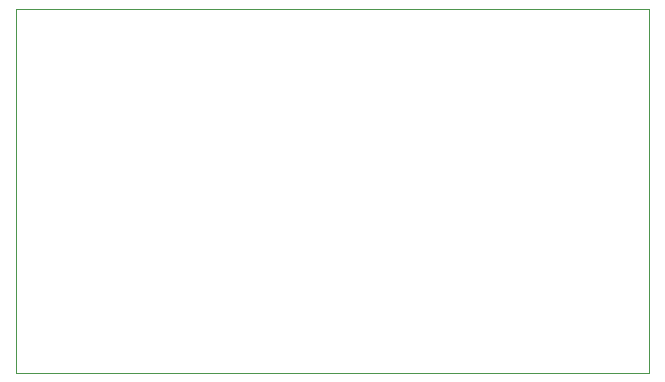
<source format=gbr>
G04 #@! TF.GenerationSoftware,KiCad,Pcbnew,(5.1.10)-1*
G04 #@! TF.CreationDate,2021-06-01T12:55:43+02:00*
G04 #@! TF.ProjectId,overvolt,6f766572-766f-46c7-942e-6b696361645f,rev?*
G04 #@! TF.SameCoordinates,Original*
G04 #@! TF.FileFunction,Profile,NP*
%FSLAX46Y46*%
G04 Gerber Fmt 4.6, Leading zero omitted, Abs format (unit mm)*
G04 Created by KiCad (PCBNEW (5.1.10)-1) date 2021-06-01 12:55:43*
%MOMM*%
%LPD*%
G01*
G04 APERTURE LIST*
G04 #@! TA.AperFunction,Profile*
%ADD10C,0.050000*%
G04 #@! TD*
G04 APERTURE END LIST*
D10*
X87600000Y-116000000D02*
X87800000Y-116000000D01*
X87600000Y-146800000D02*
X87600000Y-116000000D01*
X141200000Y-146800000D02*
X87600000Y-146800000D01*
X141200000Y-116000000D02*
X141200000Y-146800000D01*
X87800000Y-116000000D02*
X141200000Y-116000000D01*
M02*

</source>
